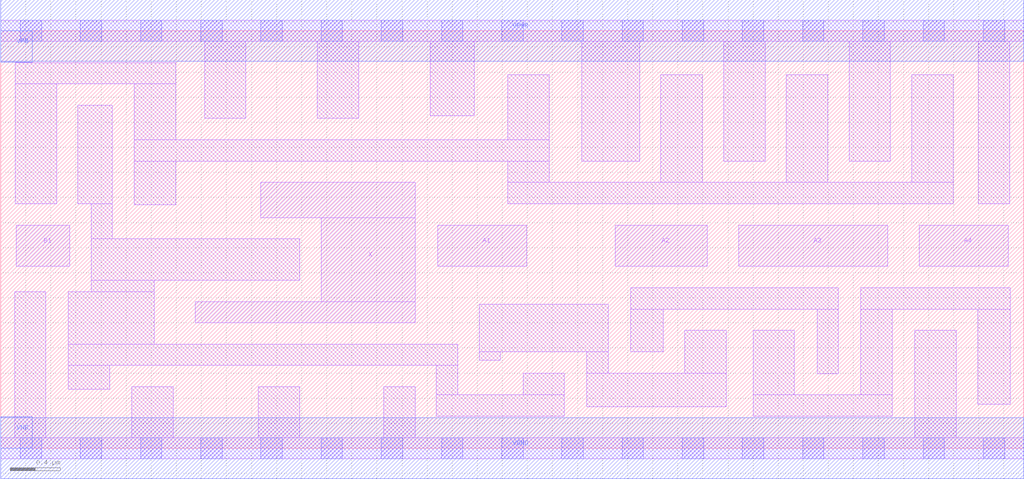
<source format=lef>
# Copyright 2020 The SkyWater PDK Authors
#
# Licensed under the Apache License, Version 2.0 (the "License");
# you may not use this file except in compliance with the License.
# You may obtain a copy of the License at
#
#     https://www.apache.org/licenses/LICENSE-2.0
#
# Unless required by applicable law or agreed to in writing, software
# distributed under the License is distributed on an "AS IS" BASIS,
# WITHOUT WARRANTIES OR CONDITIONS OF ANY KIND, either express or implied.
# See the License for the specific language governing permissions and
# limitations under the License.
#
# SPDX-License-Identifier: Apache-2.0

VERSION 5.5 ;
NAMESCASESENSITIVE ON ;
BUSBITCHARS "[]" ;
DIVIDERCHAR "/" ;
MACRO sky130_fd_sc_ms__a41o_4
  CLASS CORE ;
  SOURCE USER ;
  ORIGIN  0.000000  0.000000 ;
  SIZE  8.160000 BY  3.330000 ;
  SYMMETRY X Y ;
  SITE unit ;
  PIN A1
    ANTENNAGATEAREA  0.522000 ;
    DIRECTION INPUT ;
    USE SIGNAL ;
    PORT
      LAYER li1 ;
        RECT 3.485000 1.450000 4.195000 1.780000 ;
    END
  END A1
  PIN A2
    ANTENNAGATEAREA  0.522000 ;
    DIRECTION INPUT ;
    USE SIGNAL ;
    PORT
      LAYER li1 ;
        RECT 4.900000 1.450000 5.635000 1.780000 ;
    END
  END A2
  PIN A3
    ANTENNAGATEAREA  0.522000 ;
    DIRECTION INPUT ;
    USE SIGNAL ;
    PORT
      LAYER li1 ;
        RECT 5.885000 1.450000 7.075000 1.780000 ;
    END
  END A3
  PIN A4
    ANTENNAGATEAREA  0.522000 ;
    DIRECTION INPUT ;
    USE SIGNAL ;
    PORT
      LAYER li1 ;
        RECT 7.325000 1.450000 8.035000 1.780000 ;
    END
  END A4
  PIN B1
    ANTENNAGATEAREA  0.522000 ;
    DIRECTION INPUT ;
    USE SIGNAL ;
    PORT
      LAYER li1 ;
        RECT 0.125000 1.450000 0.550000 1.780000 ;
    END
  END B1
  PIN X
    ANTENNADIFFAREA  1.086400 ;
    DIRECTION OUTPUT ;
    USE SIGNAL ;
    PORT
      LAYER li1 ;
        RECT 1.550000 1.000000 3.305000 1.170000 ;
        RECT 2.075000 1.840000 3.305000 2.120000 ;
        RECT 2.555000 1.170000 3.305000 1.840000 ;
    END
  END X
  PIN VGND
    DIRECTION INOUT ;
    USE GROUND ;
    PORT
      LAYER met1 ;
        RECT 0.000000 -0.245000 8.160000 0.245000 ;
    END
  END VGND
  PIN VNB
    DIRECTION INOUT ;
    USE GROUND ;
    PORT
      LAYER met1 ;
        RECT 0.000000 0.000000 0.250000 0.250000 ;
    END
  END VNB
  PIN VPB
    DIRECTION INOUT ;
    USE POWER ;
    PORT
      LAYER met1 ;
        RECT 0.000000 3.080000 0.250000 3.330000 ;
    END
  END VPB
  PIN VPWR
    DIRECTION INOUT ;
    USE POWER ;
    PORT
      LAYER met1 ;
        RECT 0.000000 3.085000 8.160000 3.575000 ;
    END
  END VPWR
  OBS
    LAYER li1 ;
      RECT 0.000000 -0.085000 8.160000 0.085000 ;
      RECT 0.000000  3.245000 8.160000 3.415000 ;
      RECT 0.110000  0.085000 0.360000 1.250000 ;
      RECT 0.115000  1.950000 0.445000 2.905000 ;
      RECT 0.115000  2.905000 1.395000 3.075000 ;
      RECT 0.540000  0.470000 0.870000 0.660000 ;
      RECT 0.540000  0.660000 3.645000 0.830000 ;
      RECT 0.540000  0.830000 1.225000 1.250000 ;
      RECT 0.615000  1.950000 0.890000 2.735000 ;
      RECT 0.720000  1.250000 1.225000 1.340000 ;
      RECT 0.720000  1.340000 2.385000 1.670000 ;
      RECT 0.720000  1.670000 0.890000 1.950000 ;
      RECT 1.045000  0.085000 1.375000 0.490000 ;
      RECT 1.065000  1.940000 1.395000 2.290000 ;
      RECT 1.065000  2.290000 4.375000 2.460000 ;
      RECT 1.065000  2.460000 1.395000 2.905000 ;
      RECT 1.625000  2.630000 1.955000 3.245000 ;
      RECT 2.055000  0.085000 2.385000 0.490000 ;
      RECT 2.525000  2.630000 2.855000 3.245000 ;
      RECT 3.055000  0.085000 3.305000 0.490000 ;
      RECT 3.425000  2.650000 3.775000 3.245000 ;
      RECT 3.475000  0.255000 4.495000 0.425000 ;
      RECT 3.475000  0.425000 3.645000 0.660000 ;
      RECT 3.815000  0.700000 3.985000 0.770000 ;
      RECT 3.815000  0.770000 4.845000 1.150000 ;
      RECT 4.045000  1.950000 7.595000 2.120000 ;
      RECT 4.045000  2.120000 4.375000 2.290000 ;
      RECT 4.045000  2.460000 4.375000 2.980000 ;
      RECT 4.165000  0.425000 4.495000 0.600000 ;
      RECT 4.635000  2.290000 5.095000 3.245000 ;
      RECT 4.675000  0.330000 5.785000 0.600000 ;
      RECT 4.675000  0.600000 4.845000 0.770000 ;
      RECT 5.025000  0.770000 5.285000 1.110000 ;
      RECT 5.025000  1.110000 6.680000 1.280000 ;
      RECT 5.265000  2.120000 5.595000 2.980000 ;
      RECT 5.455000  0.600000 5.785000 0.940000 ;
      RECT 5.765000  2.290000 6.095000 3.245000 ;
      RECT 6.000000  0.255000 7.110000 0.425000 ;
      RECT 6.000000  0.425000 6.330000 0.940000 ;
      RECT 6.265000  2.120000 6.595000 2.980000 ;
      RECT 6.510000  0.595000 6.680000 1.110000 ;
      RECT 6.765000  2.290000 7.095000 3.245000 ;
      RECT 6.860000  0.425000 7.110000 1.110000 ;
      RECT 6.860000  1.110000 8.050000 1.280000 ;
      RECT 7.265000  2.120000 7.595000 2.980000 ;
      RECT 7.290000  0.085000 7.620000 0.940000 ;
      RECT 7.790000  0.350000 8.050000 1.110000 ;
      RECT 7.795000  1.950000 8.045000 3.245000 ;
    LAYER mcon ;
      RECT 0.155000 -0.085000 0.325000 0.085000 ;
      RECT 0.155000  3.245000 0.325000 3.415000 ;
      RECT 0.635000 -0.085000 0.805000 0.085000 ;
      RECT 0.635000  3.245000 0.805000 3.415000 ;
      RECT 1.115000 -0.085000 1.285000 0.085000 ;
      RECT 1.115000  3.245000 1.285000 3.415000 ;
      RECT 1.595000 -0.085000 1.765000 0.085000 ;
      RECT 1.595000  3.245000 1.765000 3.415000 ;
      RECT 2.075000 -0.085000 2.245000 0.085000 ;
      RECT 2.075000  3.245000 2.245000 3.415000 ;
      RECT 2.555000 -0.085000 2.725000 0.085000 ;
      RECT 2.555000  3.245000 2.725000 3.415000 ;
      RECT 3.035000 -0.085000 3.205000 0.085000 ;
      RECT 3.035000  3.245000 3.205000 3.415000 ;
      RECT 3.515000 -0.085000 3.685000 0.085000 ;
      RECT 3.515000  3.245000 3.685000 3.415000 ;
      RECT 3.995000 -0.085000 4.165000 0.085000 ;
      RECT 3.995000  3.245000 4.165000 3.415000 ;
      RECT 4.475000 -0.085000 4.645000 0.085000 ;
      RECT 4.475000  3.245000 4.645000 3.415000 ;
      RECT 4.955000 -0.085000 5.125000 0.085000 ;
      RECT 4.955000  3.245000 5.125000 3.415000 ;
      RECT 5.435000 -0.085000 5.605000 0.085000 ;
      RECT 5.435000  3.245000 5.605000 3.415000 ;
      RECT 5.915000 -0.085000 6.085000 0.085000 ;
      RECT 5.915000  3.245000 6.085000 3.415000 ;
      RECT 6.395000 -0.085000 6.565000 0.085000 ;
      RECT 6.395000  3.245000 6.565000 3.415000 ;
      RECT 6.875000 -0.085000 7.045000 0.085000 ;
      RECT 6.875000  3.245000 7.045000 3.415000 ;
      RECT 7.355000 -0.085000 7.525000 0.085000 ;
      RECT 7.355000  3.245000 7.525000 3.415000 ;
      RECT 7.835000 -0.085000 8.005000 0.085000 ;
      RECT 7.835000  3.245000 8.005000 3.415000 ;
  END
END sky130_fd_sc_ms__a41o_4
END LIBRARY

</source>
